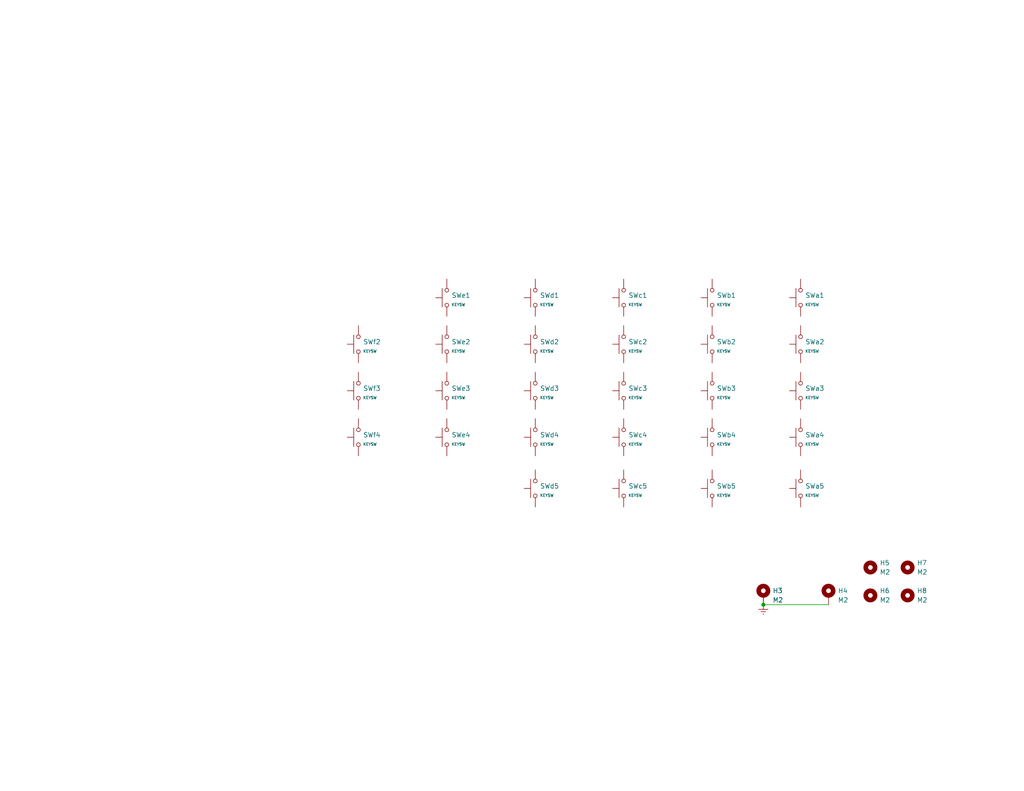
<source format=kicad_sch>
(kicad_sch (version 20211123) (generator eeschema)
  (paper "USLetter")
  (title_block (title "BlueJay Plate") (rev "1.0"))
  (lib_symbols
    (symbol "BlueJaySymbolLibrary:Switch_SW_Push" (pin_numbers hide) (pin_names (offset 1.016) hide)
      (property "Reference" "SW" (at 1.27 2.54 0))
      (property "Value" "Switch_SW_Push" (at 0 -1.524 0))
      (symbol "Switch_SW_Push_0_1"
        (circle (center -2.032 0) (radius 0.508))
        (polyline (pts (xy 0 1.27) (xy 0 3.048)))
        (polyline (pts (xy 2.54 1.27) (xy -2.54 1.27)))
        (circle (center 2.032 0) (radius 0.508))
        (pin passive line (at -5.08 0 0) (length 2.54) (name "1") (number "1"))
        (pin passive line (at 5.08 0 180) (length 2.54) (name "2") (number "2"))
      )
    )
    (symbol "Mechanical:MountingHole" (pin_numbers hide) (pin_names (offset 1.016) hide)
      (property "Reference" "H" (at 0 5.08 0))
      (property "Value" "MountingHole" (at 0 3.175 0))
      (symbol "MountingHole_0_1"
        (circle (center 0 0) (radius 1.27) (stroke (width 1.27)))
      )
    )
    (symbol "Mechanical:MountingHole_Pad" (pin_numbers hide) (pin_names (offset 1.016) hide)
      (property "Reference" "H" (at 0 6.35 0))
      (property "Value" "MountingHole_Pad" (at 0 4.445 0))
      (symbol "MountingHole_Pad_0_1"
        (circle (center 0 1.27) (radius 1.27) (stroke (width 1.27)))
      )
      (symbol "MountingHole_Pad_1_1"
        (pin input line (at 0 -2.54 90) (length 2.54) (name "1") (number "1"))
      )
    )
    (symbol "power:Earth" (power) (pin_names (offset 0))
      (symbol "Earth_0_1"
        (polyline (pts (xy -0.635 -1.905) (xy 0.635 -1.905)))
        (polyline (pts (xy -0.127 -2.54) (xy 0.127 -2.54)))
        (polyline (pts (xy 0 -1.27) (xy 0 0)))
        (polyline (pts (xy 1.27 -1.27) (xy -1.27 -1.27)))
      )
      (symbol "Earth_1_1"
        (pin power_in line (at 0 0 270) (length 0) hide (name "Earth") (number "1"))
      )
    )
  )
  (junction (at 208.28 165.1))
  (wire (pts (xy 208.28 165.1) (xy 226.06 165.1)))
  (symbol (lib_id "BlueJaySymbolLibrary:Switch_SW_Push") (at 218.44 119.38 90) (unit 1)
    (property "Reference" "SWa4" (at 219.71 118.7449 90) (effects (justify right)))
    (property "Value" "KEYSW" (at 219.71 121.2849 90) (effects (font (size 0.75 0.75)) (justify right)))
    (property "Footprint" "Switch_Keyboard_Cherry_MX:SW_Cherry_MX_PCB_1.00u" (effects hide))
  )
  (symbol (lib_id "BlueJaySymbolLibrary:Switch_SW_Push") (at 218.44 93.98 90) (unit 1)
    (property "Reference" "SWa2" (at 219.71 93.3449 90) (effects (justify right)))
    (property "Value" "KEYSW" (at 219.71 95.8849 90) (effects (font (size 0.75 0.75)) (justify right)))
    (property "Footprint" "Switch_Keyboard_Cherry_MX:SW_Cherry_MX_PCB_1.00u" (effects hide))
  )
  (symbol (lib_id "BlueJaySymbolLibrary:Switch_SW_Push") (at 97.79 93.98 90) (unit 1)
    (property "Reference" "SWf2" (at 99.06 93.3449 90) (effects (justify right)))
    (property "Value" "KEYSW" (at 99.06 95.8849 90) (effects (font (size 0.75 0.75)) (justify right)))
    (property "Footprint" "Switch_Keyboard_Cherry_MX:SW_Cherry_MX_PCB_1.00u" (effects hide))
  )
  (symbol (lib_id "BlueJaySymbolLibrary:Switch_SW_Push") (at 170.18 93.98 90) (unit 1)
    (property "Reference" "SWc2" (at 171.45 93.3449 90) (effects (justify right)))
    (property "Value" "KEYSW" (at 171.45 95.8849 90) (effects (font (size 0.75 0.75)) (justify right)))
    (property "Footprint" "Switch_Keyboard_Cherry_MX:SW_Cherry_MX_PCB_1.00u" (effects hide))
  )
  (symbol (lib_id "BlueJaySymbolLibrary:Switch_SW_Push") (at 121.92 106.68 90) (unit 1)
    (property "Reference" "SWe3" (at 123.19 106.0449 90) (effects (justify right)))
    (property "Value" "KEYSW" (at 123.19 108.5849 90) (effects (font (size 0.75 0.75)) (justify right)))
    (property "Footprint" "Switch_Keyboard_Cherry_MX:SW_Cherry_MX_PCB_1.00u" (effects hide))
  )
  (symbol (lib_id "BlueJaySymbolLibrary:Switch_SW_Push") (at 146.05 106.68 90) (unit 1)
    (property "Reference" "SWd3" (at 147.32 106.0449 90) (effects (justify right)))
    (property "Value" "KEYSW" (at 147.32 108.5849 90) (effects (font (size 0.75 0.75)) (justify right)))
    (property "Footprint" "Switch_Keyboard_Cherry_MX:SW_Cherry_MX_PCB_1.00u" (effects hide))
  )
  (symbol (lib_id "BlueJaySymbolLibrary:Switch_SW_Push") (at 146.05 93.98 90) (unit 1)
    (property "Reference" "SWd2" (at 147.32 93.3449 90) (effects (justify right)))
    (property "Value" "KEYSW" (at 147.32 95.8849 90) (effects (font (size 0.75 0.75)) (justify right)))
    (property "Footprint" "Switch_Keyboard_Cherry_MX:SW_Cherry_MX_PCB_1.00u" (effects hide))
  )
  (symbol (lib_id "BlueJaySymbolLibrary:Switch_SW_Push") (at 97.79 106.68 90) (unit 1)
    (property "Reference" "SWf3" (at 99.06 106.0449 90) (effects (justify right)))
    (property "Value" "KEYSW" (at 99.06 108.5849 90) (effects (font (size 0.75 0.75)) (justify right)))
    (property "Footprint" "Switch_Keyboard_Cherry_MX:SW_Cherry_MX_PCB_1.00u" (effects hide))
  )
  (symbol (lib_id "BlueJaySymbolLibrary:Switch_SW_Push") (at 194.31 106.68 90) (unit 1)
    (property "Reference" "SWb3" (at 195.58 106.0449 90) (effects (justify right)))
    (property "Value" "KEYSW" (at 195.58 108.5849 90) (effects (font (size 0.75 0.75)) (justify right)))
    (property "Footprint" "Switch_Keyboard_Cherry_MX:SW_Cherry_MX_PCB_1.00u" (effects hide))
  )
  (symbol (lib_id "BlueJaySymbolLibrary:Switch_SW_Push") (at 121.92 119.38 90) (unit 1)
    (property "Reference" "SWe4" (at 123.19 118.7449 90) (effects (justify right)))
    (property "Value" "KEYSW" (at 123.19 121.2849 90) (effects (font (size 0.75 0.75)) (justify right)))
    (property "Footprint" "Switch_Keyboard_Cherry_MX:SW_Cherry_MX_PCB_1.00u" (effects hide))
  )
  (symbol (lib_id "BlueJaySymbolLibrary:Switch_SW_Push") (at 146.05 133.35 90) (unit 1)
    (property "Reference" "SWd5" (at 147.32 132.7149 90) (effects (justify right)))
    (property "Value" "KEYSW" (at 147.32 135.2549 90) (effects (font (size 0.75 0.75)) (justify right)))
    (property "Footprint" "Switch_Keyboard_Cherry_MX:SW_Cherry_MX_PCB_1.00u" (effects hide))
  )
  (symbol (lib_id "BlueJaySymbolLibrary:Switch_SW_Push") (at 170.18 106.68 90) (unit 1)
    (property "Reference" "SWc3" (at 171.45 106.0449 90) (effects (justify right)))
    (property "Value" "KEYSW" (at 171.45 108.5849 90) (effects (font (size 0.75 0.75)) (justify right)))
    (property "Footprint" "Switch_Keyboard_Cherry_MX:SW_Cherry_MX_PCB_1.00u" (effects hide))
  )
  (symbol (lib_id "BlueJaySymbolLibrary:Switch_SW_Push") (at 170.18 81.28 90) (unit 1)
    (property "Reference" "SWc1" (at 171.45 80.6449 90) (effects (justify right)))
    (property "Value" "KEYSW" (at 171.45 83.1849 90) (effects (font (size 0.75 0.75)) (justify right)))
    (property "Footprint" "Switch_Keyboard_Cherry_MX:SW_Cherry_MX_PCB_1.00u" (effects hide))
  )
  (symbol (lib_id "Mechanical:MountingHole_Pad") (at 208.28 162.56 0) (unit 1)
    (property "Reference" "H3" (at 210.82 161.2899 0) (effects (justify left)))
    (property "Value" "M2" (at 210.82 163.8299 0) (effects (justify left)))
    (property "Footprint" "MountingHole:MountingHole_2.2mm_M2_Pad" (effects hide))
  )
  (symbol (lib_id "BlueJaySymbolLibrary:Switch_SW_Push") (at 97.79 119.38 90) (unit 1)
    (property "Reference" "SWf4" (at 99.06 118.7449 90) (effects (justify right)))
    (property "Value" "KEYSW" (at 99.06 121.2849 90) (effects (font (size 0.75 0.75)) (justify right)))
    (property "Footprint" "Switch_Keyboard_Cherry_MX:SW_Cherry_MX_PCB_1.00u" (effects hide))
  )
  (symbol (lib_id "BlueJaySymbolLibrary:Switch_SW_Push") (at 146.05 119.38 90) (unit 1)
    (property "Reference" "SWd4" (at 147.32 118.7449 90) (effects (justify right)))
    (property "Value" "KEYSW" (at 147.32 121.2849 90) (effects (font (size 0.75 0.75)) (justify right)))
    (property "Footprint" "Switch_Keyboard_Cherry_MX:SW_Cherry_MX_PCB_1.00u" (effects hide))
  )
  (symbol (lib_id "BlueJaySymbolLibrary:Switch_SW_Push") (at 121.92 93.98 90) (unit 1)
    (property "Reference" "SWe2" (at 123.19 93.3449 90) (effects (justify right)))
    (property "Value" "KEYSW" (at 123.19 95.8849 90) (effects (font (size 0.75 0.75)) (justify right)))
    (property "Footprint" "Switch_Keyboard_Cherry_MX:SW_Cherry_MX_PCB_1.00u" (effects hide))
  )
  (symbol (lib_id "Mechanical:MountingHole") (at 237.49 162.56 0) (unit 1) (in_bom no)
    (property "Reference" "H6" (at 240.03 161.2899 0) (effects (justify left)))
    (property "Value" "M2" (at 240.03 163.8299 0) (effects (justify left)))
    (property "Footprint" "MountingHole:MountingHole_2.2mm_M2_Pad" (effects hide))
  )
  (symbol (lib_id "Mechanical:MountingHole") (at 237.49 154.94 0) (unit 1) (in_bom no)
    (property "Reference" "H5" (at 240.03 153.6699 0) (effects (justify left)))
    (property "Value" "M2" (at 240.03 156.2099 0) (effects (justify left)))
    (property "Footprint" "MountingHole:MountingHole_2.2mm_M2_Pad" (effects hide))
  )
  (symbol (lib_id "BlueJaySymbolLibrary:Switch_SW_Push") (at 170.18 119.38 90) (unit 1)
    (property "Reference" "SWc4" (at 171.45 118.7449 90) (effects (justify right)))
    (property "Value" "KEYSW" (at 171.45 121.2849 90) (effects (font (size 0.75 0.75)) (justify right)))
    (property "Footprint" "Switch_Keyboard_Cherry_MX:SW_Cherry_MX_PCB_1.00u" (effects hide))
  )
  (symbol (lib_id "BlueJaySymbolLibrary:Switch_SW_Push") (at 194.31 93.98 90) (unit 1)
    (property "Reference" "SWb2" (at 195.58 93.3449 90) (effects (justify right)))
    (property "Value" "KEYSW" (at 195.58 95.8849 90) (effects (font (size 0.75 0.75)) (justify right)))
    (property "Footprint" "Switch_Keyboard_Cherry_MX:SW_Cherry_MX_PCB_1.00u" (effects hide))
  )
  (symbol (lib_id "Mechanical:MountingHole") (at 247.65 154.94 0) (unit 1) (in_bom no)
    (property "Reference" "H7" (at 250.19 153.6699 0) (effects (justify left)))
    (property "Value" "M2" (at 250.19 156.2099 0) (effects (justify left)))
    (property "Footprint" "MountingHole:MountingHole_2.2mm_M2_Pad" (effects hide))
  )
  (symbol (lib_id "BlueJaySymbolLibrary:Switch_SW_Push") (at 121.92 81.28 90) (unit 1)
    (property "Reference" "SWe1" (at 123.19 80.6449 90) (effects (justify right)))
    (property "Value" "KEYSW" (at 123.19 83.1849 90) (effects (font (size 0.75 0.75)) (justify right)))
    (property "Footprint" "Switch_Keyboard_Cherry_MX:SW_Cherry_MX_PCB_1.00u" (effects hide))
  )
  (symbol (lib_id "Mechanical:MountingHole") (at 247.65 162.56 0) (unit 1) (in_bom no)
    (property "Reference" "H8" (at 250.19 161.2899 0) (effects (justify left)))
    (property "Value" "M2" (at 250.19 163.8299 0) (effects (justify left)))
    (property "Footprint" "MountingHole:MountingHole_2.2mm_M2_Pad" (effects hide))
  )
  (symbol (lib_id "BlueJaySymbolLibrary:Switch_SW_Push") (at 194.31 81.28 90) (unit 1)
    (property "Reference" "SWb1" (at 195.58 80.6449 90) (effects (justify right)))
    (property "Value" "KEYSW" (at 195.58 83.1849 90) (effects (font (size 0.75 0.75)) (justify right)))
    (property "Footprint" "Switch_Keyboard_Cherry_MX:SW_Cherry_MX_PCB_1.00u" (effects hide))
  )
  (symbol (lib_id "BlueJaySymbolLibrary:Switch_SW_Push") (at 194.31 133.35 90) (unit 1)
    (property "Reference" "SWb5" (at 195.58 132.7149 90) (effects (justify right)))
    (property "Value" "KEYSW" (at 195.58 135.2549 90) (effects (font (size 0.75 0.75)) (justify right)))
    (property "Footprint" "Switch_Keyboard_Cherry_MX:SW_Cherry_MX_PCB_1.00u" (effects hide))
  )
  (symbol (lib_id "power:Earth") (at 208.28 165.1 0) (unit 1)
    (property "Reference" "#PWR0115" (effects hide))
    (property "Value" "Earth" (effects hide))
  )
  (symbol (lib_id "BlueJaySymbolLibrary:Switch_SW_Push") (at 218.44 81.28 90) (unit 1)
    (property "Reference" "SWa1" (at 219.71 80.6449 90) (effects (justify right)))
    (property "Value" "KEYSW" (at 219.71 83.1849 90) (effects (font (size 0.75 0.75)) (justify right)))
    (property "Footprint" "Switch_Keyboard_Cherry_MX:SW_Cherry_MX_PCB_1.00u" (effects hide))
  )
  (symbol (lib_id "Mechanical:MountingHole_Pad") (at 226.06 162.56 0) (unit 1)
    (property "Reference" "H4" (at 228.6 161.2899 0) (effects (justify left)))
    (property "Value" "M2" (at 228.6 163.8299 0) (effects (justify left)))
    (property "Footprint" "MountingHole:MountingHole_2.2mm_M2_Pad" (effects hide))
  )
  (symbol (lib_id "BlueJaySymbolLibrary:Switch_SW_Push") (at 218.44 133.35 90) (unit 1)
    (property "Reference" "SWa5" (at 219.71 132.7149 90) (effects (justify right)))
    (property "Value" "KEYSW" (at 219.71 135.2549 90) (effects (font (size 0.75 0.75)) (justify right)))
    (property "Footprint" "Switch_Keyboard_Cherry_MX:SW_Cherry_MX_PCB_1.00u" (effects hide))
  )
  (symbol (lib_id "BlueJaySymbolLibrary:Switch_SW_Push") (at 146.05 81.28 90) (unit 1)
    (property "Reference" "SWd1" (at 147.32 80.6449 90) (effects (justify right)))
    (property "Value" "KEYSW" (at 147.32 83.1849 90) (effects (font (size 0.75 0.75)) (justify right)))
    (property "Footprint" "Switch_Keyboard_Cherry_MX:SW_Cherry_MX_PCB_1.00u" (effects hide))
  )
  (symbol (lib_id "BlueJaySymbolLibrary:Switch_SW_Push") (at 218.44 106.68 90) (unit 1)
    (property "Reference" "SWa3" (at 219.71 106.0449 90) (effects (justify right)))
    (property "Value" "KEYSW" (at 219.71 108.5849 90) (effects (font (size 0.75 0.75)) (justify right)))
    (property "Footprint" "Switch_Keyboard_Cherry_MX:SW_Cherry_MX_PCB_1.00u" (effects hide))
  )
  (symbol (lib_id "BlueJaySymbolLibrary:Switch_SW_Push") (at 194.31 119.38 90) (unit 1)
    (property "Reference" "SWb4" (at 195.58 118.7449 90) (effects (justify right)))
    (property "Value" "KEYSW" (at 195.58 121.2849 90) (effects (font (size 0.75 0.75)) (justify right)))
    (property "Footprint" "Switch_Keyboard_Cherry_MX:SW_Cherry_MX_PCB_1.00u" (effects hide))
  )
  (symbol (lib_id "BlueJaySymbolLibrary:Switch_SW_Push") (at 170.18 133.35 90) (unit 1)
    (property "Reference" "SWc5" (at 171.45 132.7149 90) (effects (justify right)))
    (property "Value" "KEYSW" (at 171.45 135.2549 90) (effects (font (size 0.75 0.75)) (justify right)))
    (property "Footprint" "Switch_Keyboard_Cherry_MX:SW_Cherry_MX_PCB_1.00u" (effects hide))
  )
)
</source>
